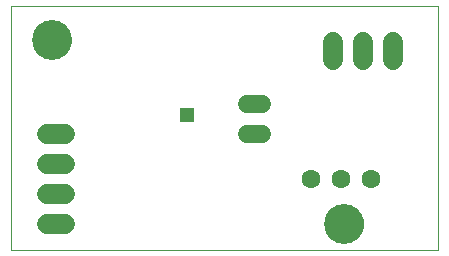
<source format=gbs>
G75*
%MOIN*%
%OFA0B0*%
%FSLAX24Y24*%
%IPPOS*%
%LPD*%
%AMOC8*
5,1,8,0,0,1.08239X$1,22.5*
%
%ADD10C,0.0000*%
%ADD11C,0.1330*%
%ADD12C,0.0600*%
%ADD13C,0.0630*%
%ADD14C,0.0680*%
%ADD15R,0.0476X0.0476*%
D10*
X000100Y000318D02*
X000100Y008439D01*
X014345Y008439D01*
X014345Y000318D01*
X000100Y000318D01*
X010600Y001193D02*
X010602Y001243D01*
X010608Y001292D01*
X010618Y001341D01*
X010631Y001388D01*
X010649Y001435D01*
X010670Y001480D01*
X010694Y001523D01*
X010722Y001564D01*
X010753Y001603D01*
X010787Y001639D01*
X010824Y001673D01*
X010864Y001703D01*
X010905Y001730D01*
X010949Y001754D01*
X010994Y001774D01*
X011041Y001790D01*
X011089Y001803D01*
X011138Y001812D01*
X011188Y001817D01*
X011237Y001818D01*
X011287Y001815D01*
X011336Y001808D01*
X011385Y001797D01*
X011432Y001783D01*
X011478Y001764D01*
X011523Y001742D01*
X011566Y001717D01*
X011606Y001688D01*
X011644Y001656D01*
X011680Y001622D01*
X011713Y001584D01*
X011742Y001544D01*
X011768Y001502D01*
X011791Y001458D01*
X011810Y001412D01*
X011826Y001365D01*
X011838Y001316D01*
X011846Y001267D01*
X011850Y001218D01*
X011850Y001168D01*
X011846Y001119D01*
X011838Y001070D01*
X011826Y001021D01*
X011810Y000974D01*
X011791Y000928D01*
X011768Y000884D01*
X011742Y000842D01*
X011713Y000802D01*
X011680Y000764D01*
X011644Y000730D01*
X011606Y000698D01*
X011566Y000669D01*
X011523Y000644D01*
X011478Y000622D01*
X011432Y000603D01*
X011385Y000589D01*
X011336Y000578D01*
X011287Y000571D01*
X011237Y000568D01*
X011188Y000569D01*
X011138Y000574D01*
X011089Y000583D01*
X011041Y000596D01*
X010994Y000612D01*
X010949Y000632D01*
X010905Y000656D01*
X010864Y000683D01*
X010824Y000713D01*
X010787Y000747D01*
X010753Y000783D01*
X010722Y000822D01*
X010694Y000863D01*
X010670Y000906D01*
X010649Y000951D01*
X010631Y000998D01*
X010618Y001045D01*
X010608Y001094D01*
X010602Y001143D01*
X010600Y001193D01*
X000850Y007318D02*
X000852Y007368D01*
X000858Y007417D01*
X000868Y007466D01*
X000881Y007513D01*
X000899Y007560D01*
X000920Y007605D01*
X000944Y007648D01*
X000972Y007689D01*
X001003Y007728D01*
X001037Y007764D01*
X001074Y007798D01*
X001114Y007828D01*
X001155Y007855D01*
X001199Y007879D01*
X001244Y007899D01*
X001291Y007915D01*
X001339Y007928D01*
X001388Y007937D01*
X001438Y007942D01*
X001487Y007943D01*
X001537Y007940D01*
X001586Y007933D01*
X001635Y007922D01*
X001682Y007908D01*
X001728Y007889D01*
X001773Y007867D01*
X001816Y007842D01*
X001856Y007813D01*
X001894Y007781D01*
X001930Y007747D01*
X001963Y007709D01*
X001992Y007669D01*
X002018Y007627D01*
X002041Y007583D01*
X002060Y007537D01*
X002076Y007490D01*
X002088Y007441D01*
X002096Y007392D01*
X002100Y007343D01*
X002100Y007293D01*
X002096Y007244D01*
X002088Y007195D01*
X002076Y007146D01*
X002060Y007099D01*
X002041Y007053D01*
X002018Y007009D01*
X001992Y006967D01*
X001963Y006927D01*
X001930Y006889D01*
X001894Y006855D01*
X001856Y006823D01*
X001816Y006794D01*
X001773Y006769D01*
X001728Y006747D01*
X001682Y006728D01*
X001635Y006714D01*
X001586Y006703D01*
X001537Y006696D01*
X001487Y006693D01*
X001438Y006694D01*
X001388Y006699D01*
X001339Y006708D01*
X001291Y006721D01*
X001244Y006737D01*
X001199Y006757D01*
X001155Y006781D01*
X001114Y006808D01*
X001074Y006838D01*
X001037Y006872D01*
X001003Y006908D01*
X000972Y006947D01*
X000944Y006988D01*
X000920Y007031D01*
X000899Y007076D01*
X000881Y007123D01*
X000868Y007170D01*
X000858Y007219D01*
X000852Y007268D01*
X000850Y007318D01*
D11*
X001475Y007318D03*
X011225Y001193D03*
D12*
X008485Y004193D02*
X007965Y004193D01*
X007965Y005193D02*
X008485Y005193D01*
D13*
X010100Y002693D03*
X011100Y002693D03*
X012100Y002693D03*
D14*
X011850Y006643D02*
X011850Y007243D01*
X012850Y007243D02*
X012850Y006643D01*
X010850Y006643D02*
X010850Y007243D01*
X001900Y004193D02*
X001300Y004193D01*
X001300Y003193D02*
X001900Y003193D01*
X001900Y002193D02*
X001300Y002193D01*
X001300Y001193D02*
X001900Y001193D01*
D15*
X005975Y004818D03*
M02*

</source>
